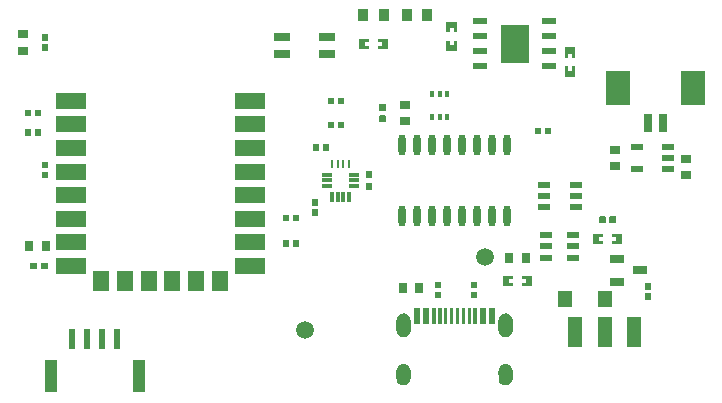
<source format=gtp>
G04 Layer: TopPasteMaskLayer*
G04 EasyEDA v6.5.22, 2023-01-18 22:00:42*
G04 8e8bbbff4294455ebee03c083efee197,a9f00e695b414744abbaf3eb758947ea,10*
G04 Gerber Generator version 0.2*
G04 Scale: 100 percent, Rotated: No, Reflected: No *
G04 Dimensions in millimeters *
G04 leading zeros omitted , absolute positions ,4 integer and 5 decimal *
%FSLAX45Y45*%
%MOMM*%

%AMMACRO1*21,1,$1,$2,0,0,$3*%
%ADD10R,2.5000X1.4000*%
%ADD11R,1.4000X1.7000*%
%ADD12R,1.4000X0.8000*%
%ADD13R,1.2000X0.6000*%
%ADD14R,2.4000X3.3000*%
%ADD15R,1.2000X2.6000*%
%ADD16MACRO1,1.0008X2.7X0.0000*%
%ADD17R,0.6000X1.7000*%
%ADD18R,0.8999X1.0000*%
%ADD19R,0.8000X0.9000*%
%ADD20R,1.0720X0.5320*%
%ADD21R,1.2000X1.4000*%
%ADD22R,1.2500X0.7000*%
%ADD23C,1.5000*%
%ADD24R,0.9000X0.8000*%
%ADD25MACRO1,0.785X0.28X90.0000*%
%ADD26MACRO1,0.28X0.785X90.0000*%
%ADD27R,0.2800X0.7850*%
%ADD28R,0.8000X1.6000*%
%ADD29R,2.1000X3.0000*%
%ADD30R,0.4200X0.6000*%
%ADD31R,1.0000X0.5500*%
%ADD32R,1.0000X0.6000*%
%ADD33O,0.5999988X1.7999964*%
%ADD34O,0.0114X1.7999964*%

%LPD*%
G36*
X5984087Y6425387D02*
G01*
X5980074Y6421424D01*
X5980074Y6371336D01*
X5984087Y6367322D01*
X6030112Y6367322D01*
X6034125Y6371336D01*
X6034125Y6421424D01*
X6030112Y6425387D01*
G37*
G36*
X5984087Y6510477D02*
G01*
X5980074Y6506464D01*
X5980074Y6456375D01*
X5984087Y6452412D01*
X6030112Y6452412D01*
X6034125Y6456375D01*
X6034125Y6506464D01*
X6030112Y6510477D01*
G37*
G36*
X5679287Y6510477D02*
G01*
X5675274Y6506464D01*
X5675274Y6456375D01*
X5679287Y6452412D01*
X5725312Y6452412D01*
X5729325Y6456375D01*
X5729325Y6506464D01*
X5725312Y6510477D01*
G37*
G36*
X5679287Y6425387D02*
G01*
X5675274Y6421424D01*
X5675274Y6371336D01*
X5679287Y6367322D01*
X5725312Y6367322D01*
X5729325Y6371336D01*
X5729325Y6421424D01*
X5725312Y6425387D01*
G37*
G36*
X4856226Y8066125D02*
G01*
X4852212Y8062112D01*
X4852212Y8016087D01*
X4856226Y8012074D01*
X4906264Y8012074D01*
X4910277Y8016087D01*
X4910277Y8062112D01*
X4906264Y8066125D01*
G37*
G36*
X4771136Y8066125D02*
G01*
X4767122Y8062112D01*
X4767122Y8016087D01*
X4771136Y8012074D01*
X4821174Y8012074D01*
X4825187Y8016087D01*
X4825187Y8062112D01*
X4821174Y8066125D01*
G37*
G36*
X4856226Y7862925D02*
G01*
X4852212Y7858912D01*
X4852212Y7812887D01*
X4856226Y7808874D01*
X4906264Y7808874D01*
X4910277Y7812887D01*
X4910277Y7858912D01*
X4906264Y7862925D01*
G37*
G36*
X4771136Y7862925D02*
G01*
X4767122Y7858912D01*
X4767122Y7812887D01*
X4771136Y7808874D01*
X4821174Y7808874D01*
X4825187Y7812887D01*
X4825187Y7858912D01*
X4821174Y7862925D01*
G37*
G36*
X2290826Y7964525D02*
G01*
X2286812Y7960512D01*
X2286812Y7914487D01*
X2290826Y7910474D01*
X2340864Y7910474D01*
X2344877Y7914487D01*
X2344877Y7960512D01*
X2340864Y7964525D01*
G37*
G36*
X2205736Y7964525D02*
G01*
X2201722Y7960512D01*
X2201722Y7914487D01*
X2205736Y7910474D01*
X2255774Y7910474D01*
X2259787Y7914487D01*
X2259787Y7960512D01*
X2255774Y7964525D01*
G37*
G36*
X5209895Y8015478D02*
G01*
X5204917Y8010499D01*
X5204917Y7962493D01*
X5209895Y7955483D01*
X5254904Y7955483D01*
X5259882Y7962493D01*
X5259882Y8010499D01*
X5254904Y8015478D01*
G37*
G36*
X5209895Y7919516D02*
G01*
X5204917Y7912506D01*
X5204917Y7864500D01*
X5209895Y7859522D01*
X5254904Y7859522D01*
X5259882Y7864500D01*
X5259882Y7912506D01*
X5254904Y7919516D01*
G37*
G36*
X2251100Y6669582D02*
G01*
X2246122Y6664604D01*
X2246122Y6619595D01*
X2251100Y6614617D01*
X2299106Y6614617D01*
X2306116Y6619595D01*
X2306116Y6664604D01*
X2299106Y6669582D01*
G37*
G36*
X2349093Y6669582D02*
G01*
X2342083Y6664604D01*
X2342083Y6619595D01*
X2349093Y6614617D01*
X2397099Y6614617D01*
X2402078Y6619595D01*
X2402078Y6664604D01*
X2397099Y6669582D01*
G37*
G36*
X5095595Y7443978D02*
G01*
X5090617Y7438999D01*
X5090617Y7390993D01*
X5095595Y7383983D01*
X5140604Y7383983D01*
X5145582Y7390993D01*
X5145582Y7438999D01*
X5140604Y7443978D01*
G37*
G36*
X5095595Y7348016D02*
G01*
X5090617Y7341006D01*
X5090617Y7293000D01*
X5095595Y7288022D01*
X5140604Y7288022D01*
X5145582Y7293000D01*
X5145582Y7341006D01*
X5140604Y7348016D01*
G37*
G36*
X2351887Y7526477D02*
G01*
X2347874Y7522464D01*
X2347874Y7472375D01*
X2351887Y7468412D01*
X2397912Y7468412D01*
X2401925Y7472375D01*
X2401925Y7522464D01*
X2397912Y7526477D01*
G37*
G36*
X2351887Y7441387D02*
G01*
X2347874Y7437424D01*
X2347874Y7387336D01*
X2351887Y7383322D01*
X2397912Y7383322D01*
X2401925Y7387336D01*
X2401925Y7437424D01*
X2397912Y7441387D01*
G37*
G36*
X6523735Y7812125D02*
G01*
X6519722Y7808112D01*
X6519722Y7762087D01*
X6523735Y7758074D01*
X6573774Y7758074D01*
X6577787Y7762087D01*
X6577787Y7808112D01*
X6573774Y7812125D01*
G37*
G36*
X6608825Y7812125D02*
G01*
X6604812Y7808112D01*
X6604812Y7762087D01*
X6608825Y7758074D01*
X6658864Y7758074D01*
X6662877Y7762087D01*
X6662877Y7808112D01*
X6658864Y7812125D01*
G37*
G36*
X4390136Y7075525D02*
G01*
X4386122Y7071512D01*
X4386122Y7025487D01*
X4390136Y7021474D01*
X4440174Y7021474D01*
X4444187Y7025487D01*
X4444187Y7071512D01*
X4440174Y7075525D01*
G37*
G36*
X4475226Y7075525D02*
G01*
X4471212Y7071512D01*
X4471212Y7025487D01*
X4475226Y7021474D01*
X4525264Y7021474D01*
X4529277Y7025487D01*
X4529277Y7071512D01*
X4525264Y7075525D01*
G37*
G36*
X4390136Y6859625D02*
G01*
X4386122Y6855612D01*
X4386122Y6809587D01*
X4390136Y6805574D01*
X4440174Y6805574D01*
X4444187Y6809587D01*
X4444187Y6855612D01*
X4440174Y6859625D01*
G37*
G36*
X4475226Y6859625D02*
G01*
X4471212Y6855612D01*
X4471212Y6809587D01*
X4475226Y6805574D01*
X4525264Y6805574D01*
X4529277Y6809587D01*
X4529277Y6855612D01*
X4525264Y6859625D01*
G37*
G36*
X2351887Y8520887D02*
G01*
X2347874Y8516924D01*
X2347874Y8466836D01*
X2351887Y8462822D01*
X2397912Y8462822D01*
X2401925Y8466836D01*
X2401925Y8516924D01*
X2397912Y8520887D01*
G37*
G36*
X2351887Y8605977D02*
G01*
X2347874Y8601964D01*
X2347874Y8551875D01*
X2351887Y8547912D01*
X2397912Y8547912D01*
X2401925Y8551875D01*
X2401925Y8601964D01*
X2397912Y8605977D01*
G37*
G36*
X2205736Y7799425D02*
G01*
X2201722Y7795412D01*
X2201722Y7749387D01*
X2205736Y7745374D01*
X2255774Y7745374D01*
X2259787Y7749387D01*
X2259787Y7795412D01*
X2255774Y7799425D01*
G37*
G36*
X2290826Y7799425D02*
G01*
X2286812Y7795412D01*
X2286812Y7749387D01*
X2290826Y7745374D01*
X2340864Y7745374D01*
X2344877Y7749387D01*
X2344877Y7795412D01*
X2340864Y7799425D01*
G37*
G36*
X7457287Y6412687D02*
G01*
X7453274Y6408724D01*
X7453274Y6358636D01*
X7457287Y6354622D01*
X7503312Y6354622D01*
X7507325Y6358636D01*
X7507325Y6408724D01*
X7503312Y6412687D01*
G37*
G36*
X7457287Y6497777D02*
G01*
X7453274Y6493764D01*
X7453274Y6443675D01*
X7457287Y6439712D01*
X7503312Y6439712D01*
X7507325Y6443675D01*
X7507325Y6493764D01*
X7503312Y6497777D01*
G37*
G36*
X7154925Y7062825D02*
G01*
X7150912Y7058812D01*
X7150912Y7012787D01*
X7154925Y7008774D01*
X7204964Y7008774D01*
X7208977Y7012787D01*
X7208977Y7058812D01*
X7204964Y7062825D01*
G37*
G36*
X7069836Y7062825D02*
G01*
X7065822Y7058812D01*
X7065822Y7012787D01*
X7069836Y7008774D01*
X7119874Y7008774D01*
X7123887Y7012787D01*
X7123887Y7058812D01*
X7119874Y7062825D01*
G37*
G36*
X4637887Y7123887D02*
G01*
X4633874Y7119924D01*
X4633874Y7069836D01*
X4637887Y7065822D01*
X4683912Y7065822D01*
X4687925Y7069836D01*
X4687925Y7119924D01*
X4683912Y7123887D01*
G37*
G36*
X4637887Y7208977D02*
G01*
X4633874Y7204964D01*
X4633874Y7154875D01*
X4637887Y7150912D01*
X4683912Y7150912D01*
X4687925Y7154875D01*
X4687925Y7204964D01*
X4683912Y7208977D01*
G37*
G36*
X4729226Y7672425D02*
G01*
X4725212Y7668412D01*
X4725212Y7622387D01*
X4729226Y7618374D01*
X4779264Y7618374D01*
X4783277Y7622387D01*
X4783277Y7668412D01*
X4779264Y7672425D01*
G37*
G36*
X4644136Y7672425D02*
G01*
X4640122Y7668412D01*
X4640122Y7622387D01*
X4644136Y7618374D01*
X4694174Y7618374D01*
X4698187Y7622387D01*
X4698187Y7668412D01*
X4694174Y7672425D01*
G37*
G36*
X7176922Y6915708D02*
G01*
X7171893Y6910679D01*
X7171893Y6887921D01*
X7208875Y6887921D01*
X7208875Y6854901D01*
X7171893Y6854901D01*
X7171893Y6830720D01*
X7176922Y6825691D01*
X7256881Y6825691D01*
X7261910Y6830720D01*
X7261910Y6910679D01*
X7256881Y6915708D01*
G37*
G36*
X7017918Y6915708D02*
G01*
X7012889Y6910679D01*
X7012889Y6830720D01*
X7017918Y6825691D01*
X7096912Y6825691D01*
X7101890Y6830720D01*
X7101890Y6854901D01*
X7063892Y6854901D01*
X7063892Y6887921D01*
X7101890Y6887921D01*
X7101890Y6910679D01*
X7096912Y6915708D01*
G37*
G36*
X5195722Y8566708D02*
G01*
X5190693Y8561679D01*
X5190693Y8538921D01*
X5227675Y8538921D01*
X5227675Y8505901D01*
X5190693Y8505901D01*
X5190693Y8481720D01*
X5195722Y8476691D01*
X5275681Y8476691D01*
X5280710Y8481720D01*
X5280710Y8561679D01*
X5275681Y8566708D01*
G37*
G36*
X5036718Y8566708D02*
G01*
X5031689Y8561679D01*
X5031689Y8481720D01*
X5036718Y8476691D01*
X5115712Y8476691D01*
X5120690Y8481720D01*
X5120690Y8505901D01*
X5082692Y8505901D01*
X5082692Y8538921D01*
X5120690Y8538921D01*
X5120690Y8561679D01*
X5115712Y8566708D01*
G37*
G36*
X5776620Y8550706D02*
G01*
X5771591Y8545677D01*
X5771591Y8465718D01*
X5776620Y8460689D01*
X5856579Y8460689D01*
X5861608Y8465718D01*
X5861608Y8545677D01*
X5856579Y8550706D01*
X5833821Y8550706D01*
X5833821Y8513673D01*
X5800801Y8513673D01*
X5800801Y8550706D01*
G37*
G36*
X5776620Y8709710D02*
G01*
X5771591Y8704681D01*
X5771591Y8625687D01*
X5776620Y8620709D01*
X5800801Y8620709D01*
X5800801Y8658707D01*
X5833821Y8658707D01*
X5833821Y8620709D01*
X5856579Y8620709D01*
X5861608Y8625687D01*
X5861608Y8704681D01*
X5856579Y8709710D01*
G37*
G36*
X6779920Y8493810D02*
G01*
X6774891Y8488781D01*
X6774891Y8408822D01*
X6779920Y8403793D01*
X6802678Y8403793D01*
X6802678Y8440826D01*
X6835698Y8440826D01*
X6835698Y8403793D01*
X6859879Y8403793D01*
X6864908Y8408822D01*
X6864908Y8488781D01*
X6859879Y8493810D01*
G37*
G36*
X6779920Y8333790D02*
G01*
X6774891Y8328812D01*
X6774891Y8249818D01*
X6779920Y8244789D01*
X6859879Y8244789D01*
X6864908Y8249818D01*
X6864908Y8328812D01*
X6859879Y8333790D01*
X6835698Y8333790D01*
X6835698Y8295792D01*
X6802678Y8295792D01*
X6802678Y8333790D01*
G37*
G36*
X6414922Y6560108D02*
G01*
X6409893Y6555079D01*
X6409893Y6532321D01*
X6446875Y6532321D01*
X6446875Y6499301D01*
X6409893Y6499301D01*
X6409893Y6475120D01*
X6414922Y6470091D01*
X6494881Y6470091D01*
X6499910Y6475120D01*
X6499910Y6555079D01*
X6494881Y6560108D01*
G37*
G36*
X6255918Y6560108D02*
G01*
X6250889Y6555079D01*
X6250889Y6475120D01*
X6255918Y6470091D01*
X6334912Y6470091D01*
X6339890Y6475120D01*
X6339890Y6499301D01*
X6301892Y6499301D01*
X6301892Y6532321D01*
X6339890Y6532321D01*
X6339890Y6555079D01*
X6334912Y6560108D01*
G37*
G36*
X5408726Y6240475D02*
G01*
X5401665Y6240018D01*
X5398160Y6239510D01*
X5391302Y6237782D01*
X5387949Y6236665D01*
X5381498Y6233769D01*
X5375452Y6230061D01*
X5369864Y6225743D01*
X5364886Y6220714D01*
X5360517Y6215126D01*
X5356860Y6209080D01*
X5353964Y6202629D01*
X5351830Y6195872D01*
X5350560Y6188913D01*
X5350154Y6181852D01*
X5350154Y6094933D01*
X5351018Y6088024D01*
X5351729Y6084620D01*
X5353812Y6077966D01*
X5356707Y6071616D01*
X5360263Y6065672D01*
X5364581Y6060186D01*
X5369509Y6055258D01*
X5374995Y6050940D01*
X5380990Y6047333D01*
X5387340Y6044488D01*
X5390591Y6043320D01*
X5397398Y6041644D01*
X5404307Y6040831D01*
X5410352Y6040729D01*
X5417566Y6041136D01*
X5424627Y6042456D01*
X5431485Y6044590D01*
X5438038Y6047536D01*
X5444185Y6051245D01*
X5449824Y6055664D01*
X5454904Y6060744D01*
X5459374Y6066434D01*
X5463082Y6072581D01*
X5466029Y6079134D01*
X5468162Y6085992D01*
X5469483Y6093053D01*
X5469890Y6100216D01*
X5469890Y6186271D01*
X5469026Y6193180D01*
X5468315Y6196584D01*
X5466232Y6203238D01*
X5463387Y6209588D01*
X5459780Y6215532D01*
X5455462Y6221018D01*
X5450535Y6225946D01*
X5445048Y6230264D01*
X5439105Y6233871D01*
X5432755Y6236716D01*
X5426100Y6238798D01*
X5419242Y6240018D01*
X5415788Y6240373D01*
G37*
G36*
X6272733Y6240475D02*
G01*
X6265672Y6240018D01*
X6262166Y6239510D01*
X6255308Y6237782D01*
X6251956Y6236665D01*
X6245504Y6233769D01*
X6239459Y6230061D01*
X6233871Y6225743D01*
X6228892Y6220714D01*
X6224524Y6215126D01*
X6220866Y6209080D01*
X6217970Y6202629D01*
X6215837Y6195872D01*
X6214567Y6188913D01*
X6214160Y6181852D01*
X6214160Y6094933D01*
X6215024Y6088024D01*
X6215735Y6084620D01*
X6217818Y6077966D01*
X6220714Y6071616D01*
X6224270Y6065672D01*
X6228588Y6060186D01*
X6233515Y6055258D01*
X6239002Y6050940D01*
X6244996Y6047333D01*
X6251346Y6044488D01*
X6254597Y6043320D01*
X6261404Y6041644D01*
X6268313Y6040831D01*
X6274409Y6040729D01*
X6281572Y6041136D01*
X6288633Y6042456D01*
X6295491Y6044590D01*
X6302044Y6047536D01*
X6308191Y6051245D01*
X6313830Y6055664D01*
X6318910Y6060744D01*
X6323380Y6066434D01*
X6327089Y6072581D01*
X6330035Y6079134D01*
X6332169Y6085992D01*
X6333490Y6093053D01*
X6333896Y6100216D01*
X6333896Y6186271D01*
X6333032Y6193180D01*
X6332321Y6196584D01*
X6330238Y6203238D01*
X6327394Y6209588D01*
X6323787Y6215532D01*
X6319469Y6221018D01*
X6314541Y6225946D01*
X6309055Y6230264D01*
X6303111Y6233871D01*
X6296761Y6236716D01*
X6290106Y6238798D01*
X6283248Y6240018D01*
X6279794Y6240373D01*
G37*
G36*
X5409031Y5812332D02*
G01*
X5401970Y5811926D01*
X5394960Y5810656D01*
X5388152Y5808522D01*
X5381650Y5805627D01*
X5375605Y5801918D01*
X5369966Y5797550D01*
X5364937Y5792520D01*
X5360568Y5786932D01*
X5356910Y5780836D01*
X5353964Y5774334D01*
X5351830Y5767527D01*
X5350560Y5760567D01*
X5350154Y5753455D01*
X5350357Y5688431D01*
X5350814Y5681421D01*
X5352084Y5674563D01*
X5354269Y5667959D01*
X5357215Y5661609D01*
X5360974Y5655716D01*
X5365445Y5650331D01*
X5370525Y5645556D01*
X5376164Y5641441D01*
X5382310Y5638088D01*
X5388762Y5635498D01*
X5395569Y5633770D01*
X5402478Y5632907D01*
X5410708Y5632805D01*
X5417820Y5633212D01*
X5424881Y5634532D01*
X5431688Y5636666D01*
X5438190Y5639562D01*
X5444337Y5643270D01*
X5449976Y5647690D01*
X5455005Y5652770D01*
X5459425Y5658358D01*
X5463133Y5664504D01*
X5466080Y5671007D01*
X5467248Y5674410D01*
X5468924Y5681319D01*
X5469788Y5688431D01*
X5470042Y5743244D01*
X5469940Y5758332D01*
X5469128Y5765190D01*
X5467451Y5771946D01*
X5466334Y5775248D01*
X5463438Y5781548D01*
X5459882Y5787491D01*
X5455564Y5792978D01*
X5450687Y5797905D01*
X5445201Y5802172D01*
X5439257Y5805779D01*
X5432907Y5808624D01*
X5426303Y5810707D01*
X5419445Y5811926D01*
X5412536Y5812332D01*
G37*
G36*
X6273038Y5812332D02*
G01*
X6265976Y5811926D01*
X6258966Y5810656D01*
X6252159Y5808522D01*
X6245656Y5805627D01*
X6239611Y5801918D01*
X6233972Y5797550D01*
X6228943Y5792520D01*
X6224574Y5786932D01*
X6220917Y5780836D01*
X6217970Y5774334D01*
X6215837Y5767527D01*
X6214567Y5760567D01*
X6214160Y5753455D01*
X6214364Y5688431D01*
X6214821Y5681421D01*
X6216091Y5674563D01*
X6218275Y5667959D01*
X6221222Y5661609D01*
X6224981Y5655716D01*
X6229451Y5650331D01*
X6234531Y5645556D01*
X6240170Y5641441D01*
X6246317Y5638088D01*
X6252768Y5635498D01*
X6259576Y5633770D01*
X6266484Y5632907D01*
X6274714Y5632805D01*
X6281826Y5633212D01*
X6288887Y5634532D01*
X6295694Y5636666D01*
X6302197Y5639562D01*
X6308344Y5643270D01*
X6313982Y5647690D01*
X6319012Y5652770D01*
X6323431Y5658358D01*
X6327140Y5664504D01*
X6330086Y5671007D01*
X6331254Y5674410D01*
X6332931Y5681319D01*
X6333794Y5688431D01*
X6334048Y5743244D01*
X6333947Y5758332D01*
X6333134Y5765190D01*
X6331458Y5771946D01*
X6330340Y5775248D01*
X6327444Y5781548D01*
X6323888Y5787491D01*
X6319570Y5792978D01*
X6314694Y5797905D01*
X6309207Y5802172D01*
X6303264Y5805779D01*
X6296914Y5808624D01*
X6290310Y5810707D01*
X6283452Y5811926D01*
X6276543Y5812332D01*
G37*
G36*
X6002020Y6282385D02*
G01*
X6002020Y6152489D01*
X6031992Y6152489D01*
X6031992Y6282385D01*
G37*
G36*
X5951982Y6282385D02*
G01*
X5951982Y6152489D01*
X5981954Y6152489D01*
X5981954Y6282385D01*
G37*
G36*
X5901994Y6282385D02*
G01*
X5901994Y6152489D01*
X5932017Y6152489D01*
X5932017Y6282385D01*
G37*
G36*
X5852007Y6282385D02*
G01*
X5852007Y6152489D01*
X5881979Y6152489D01*
X5881979Y6282385D01*
G37*
G36*
X5802020Y6282385D02*
G01*
X5802020Y6152489D01*
X5831992Y6152489D01*
X5831992Y6282385D01*
G37*
G36*
X5751982Y6282385D02*
G01*
X5751982Y6152489D01*
X5782005Y6152489D01*
X5782005Y6282385D01*
G37*
G36*
X5701995Y6282385D02*
G01*
X5701995Y6152489D01*
X5732018Y6152489D01*
X5732018Y6282385D01*
G37*
G36*
X5652008Y6282385D02*
G01*
X5652008Y6152489D01*
X5681980Y6152489D01*
X5681980Y6282385D01*
G37*
G36*
X6056985Y6282385D02*
G01*
X6056985Y6152388D01*
X6107023Y6152388D01*
X6107023Y6282385D01*
G37*
G36*
X6136995Y6282385D02*
G01*
X6136995Y6152388D01*
X6186982Y6152388D01*
X6186982Y6282385D01*
G37*
G36*
X5496966Y6282385D02*
G01*
X5496966Y6152388D01*
X5547004Y6152388D01*
X5547004Y6282385D01*
G37*
G36*
X5576976Y6282385D02*
G01*
X5576976Y6152388D01*
X5627014Y6152388D01*
X5627014Y6282385D01*
G37*
D10*
G01*
X4107916Y8042147D03*
G01*
X4107891Y7842148D03*
G01*
X4107916Y7642148D03*
G01*
X4107840Y7442149D03*
G01*
X4107916Y7242149D03*
G01*
X4107992Y7042150D03*
G01*
X4107865Y6842175D03*
G01*
X4107713Y6642150D03*
D11*
G01*
X3852519Y6512077D03*
G01*
X3652520Y6512153D03*
G01*
X3452596Y6512153D03*
G01*
X3252495Y6512153D03*
G01*
X3052648Y6512204D03*
G01*
X2852851Y6512052D03*
D10*
G01*
X2597759Y6642150D03*
G01*
X2597683Y6842175D03*
G01*
X2597683Y7042150D03*
G01*
X2597683Y7242149D03*
G01*
X2597683Y7442149D03*
G01*
X2597683Y7642148D03*
G01*
X2597683Y7842148D03*
G01*
X2597683Y8042147D03*
D12*
G01*
X4382008Y8584006D03*
G01*
X4761991Y8584006D03*
G01*
X4382008Y8433993D03*
G01*
X4761991Y8433993D03*
D13*
G01*
X6640829Y8331200D03*
G01*
X6640829Y8458200D03*
G01*
X6640829Y8585200D03*
G01*
X6640829Y8712200D03*
G01*
X6059170Y8712200D03*
G01*
X6059170Y8585200D03*
G01*
X6059170Y8458200D03*
G01*
X6059170Y8331200D03*
D14*
G01*
X6350000Y8521700D03*
D15*
G01*
X7362012Y6083300D03*
G01*
X7112000Y6083300D03*
G01*
X6861987Y6083300D03*
D16*
G01*
X2421534Y5707443D03*
G01*
X3166473Y5707443D03*
D17*
G01*
X2981452Y6027343D03*
G01*
X2856458Y6027343D03*
G01*
X2731439Y6027343D03*
G01*
X2606446Y6027343D03*
D18*
G01*
X5071211Y8763000D03*
G01*
X5241213Y8763000D03*
G01*
X5609488Y8763000D03*
G01*
X5439486Y8763000D03*
D19*
G01*
X6305397Y6705600D03*
G01*
X6445402Y6705600D03*
D20*
G01*
X6616090Y6902195D03*
G01*
X6616090Y6807200D03*
G01*
X6616090Y6712204D03*
G01*
X6845909Y6712204D03*
G01*
X6845909Y6807200D03*
G01*
X6845909Y6902195D03*
D21*
G01*
X6776897Y6362700D03*
G01*
X7116902Y6362700D03*
D22*
G01*
X7215200Y6698995D03*
G01*
X7215200Y6509004D03*
G01*
X7415199Y6604000D03*
D23*
G01*
X4572000Y6096000D03*
G01*
X6096000Y6718300D03*
D24*
G01*
X7797800Y7410297D03*
G01*
X7797800Y7550302D03*
G01*
X7200900Y7486497D03*
G01*
X7200900Y7626502D03*
D25*
G01*
X4801800Y7226749D03*
G01*
X4851800Y7226749D03*
G01*
X4901799Y7226749D03*
G01*
X4951799Y7226749D03*
D26*
G01*
X4991050Y7316000D03*
G01*
X4991050Y7366000D03*
G01*
X4991050Y7415999D03*
D27*
G01*
X4951806Y7505242D03*
G01*
X4901793Y7505242D03*
G01*
X4851806Y7505242D03*
G01*
X4801793Y7505242D03*
D26*
G01*
X4762549Y7415999D03*
G01*
X4762549Y7366000D03*
G01*
X4762549Y7316000D03*
D19*
G01*
X5543702Y6451600D03*
G01*
X5403697Y6451600D03*
G01*
X2381402Y6807200D03*
G01*
X2241397Y6807200D03*
D24*
G01*
X2184400Y8604402D03*
G01*
X2184400Y8464397D03*
D28*
G01*
X7606309Y7856016D03*
G01*
X7481315Y7856016D03*
D29*
G01*
X7226300Y8145983D03*
G01*
X7861300Y8145983D03*
D30*
G01*
X5650001Y8095995D03*
G01*
X5715000Y8095995D03*
G01*
X5779998Y8095995D03*
G01*
X5779998Y7906004D03*
G01*
X5715000Y7906004D03*
G01*
X5650001Y7906004D03*
D31*
G01*
X6870700Y7137400D03*
G01*
X6870700Y7232395D03*
G01*
X6870700Y7327392D03*
G01*
X6600723Y7327392D03*
G01*
X6600723Y7137400D03*
G01*
X6600723Y7232395D03*
D32*
G01*
X7388377Y7461504D03*
G01*
X7388377Y7651495D03*
G01*
X7648422Y7651495D03*
G01*
X7648422Y7556500D03*
G01*
X7648422Y7461504D03*
D33*
G01*
X6286500Y7663179D03*
G01*
X6159500Y7663179D03*
G01*
X6032500Y7663179D03*
G01*
X5905500Y7663179D03*
G01*
X5778500Y7663179D03*
G01*
X5651500Y7663179D03*
G01*
X5524500Y7663179D03*
G01*
X5397500Y7663179D03*
G01*
X6286500Y7068820D03*
G01*
X6159500Y7068820D03*
G01*
X6032500Y7068820D03*
G01*
X5905500Y7068820D03*
G01*
X5778500Y7068820D03*
G01*
X5651500Y7068820D03*
G01*
X5524500Y7068820D03*
G01*
X5397500Y7068820D03*
D24*
G01*
X5422900Y7867497D03*
G01*
X5422900Y8007502D03*
M02*

</source>
